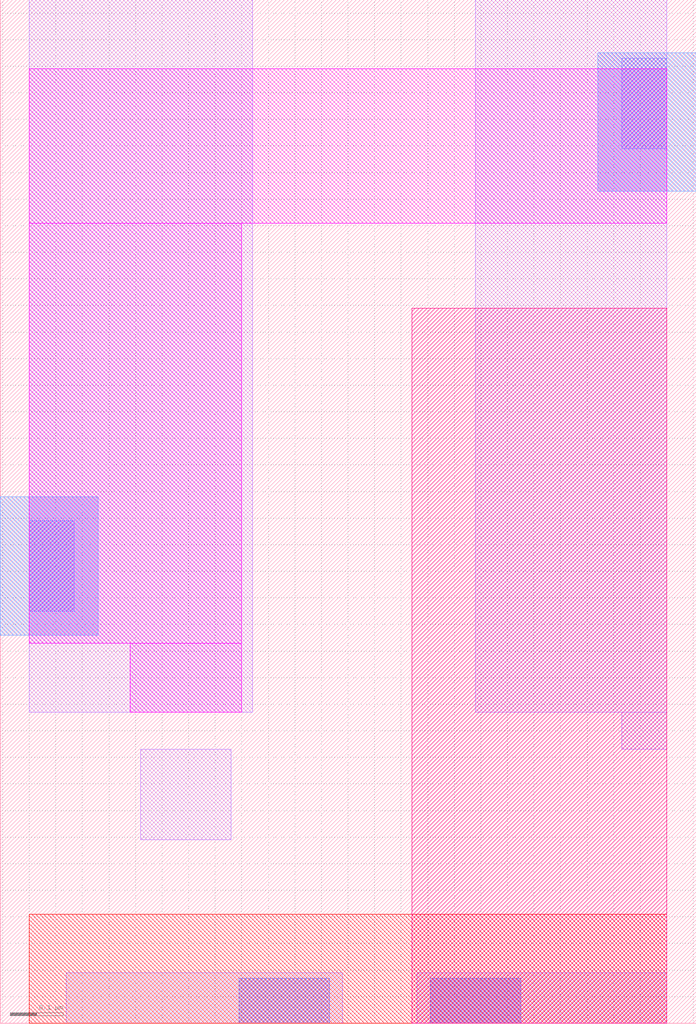
<source format=lef>
# Copyright 2020 The SkyWater PDK Authors
#
# Licensed under the Apache License, Version 2.0 (the "License");
# you may not use this file except in compliance with the License.
# You may obtain a copy of the License at
#
#     https://www.apache.org/licenses/LICENSE-2.0
#
# Unless required by applicable law or agreed to in writing, software
# distributed under the License is distributed on an "AS IS" BASIS,
# WITHOUT WARRANTIES OR CONDITIONS OF ANY KIND, either express or implied.
# See the License for the specific language governing permissions and
# limitations under the License.
#
# SPDX-License-Identifier: Apache-2.0

VERSION 5.7 ;
  NOWIREEXTENSIONATPIN ON ;
  DIVIDERCHAR "/" ;
  BUSBITCHARS "[]" ;
MACRO sky130_fd_bd_sram__sram_dp_colend_half_optb
  CLASS BLOCK ;
  FOREIGN sky130_fd_bd_sram__sram_dp_colend_half_optb ;
  ORIGIN  0.055000  0.000000 ;
  SIZE  1.310000 BY  1.925000 ;
  OBS
    LAYER li1 ;
      RECT 0.000000 0.585000 0.420000 1.925000 ;
      RECT 0.070000 0.000000 0.590000 0.095000 ;
      RECT 0.210000 0.345000 0.380000 0.515000 ;
      RECT 0.730000 0.000000 1.200000 0.095000 ;
      RECT 0.840000 0.585000 1.200000 1.925000 ;
      RECT 1.115000 0.515000 1.200000 0.585000 ;
    LAYER mcon ;
      RECT 0.000000 0.775000 0.085000 0.945000 ;
      RECT 0.395000 0.000000 0.565000 0.085000 ;
      RECT 0.755000 0.000000 0.925000 0.085000 ;
      RECT 1.115000 1.645000 1.200000 1.815000 ;
    LAYER met1 ;
      RECT -0.055000 0.730000 0.130000 0.990000 ;
      RECT  0.395000 0.000000 0.565000 0.085000 ;
      RECT  0.755000 0.000000 0.925000 0.085000 ;
      RECT  1.070000 1.565000 1.255000 1.825000 ;
    LAYER met2 ;
      RECT -0.055000 0.730000 0.130000 0.990000 ;
      RECT  1.070000 1.565000 1.255000 1.825000 ;
    LAYER met3 ;
      RECT 0.000000 0.000000 1.200000 0.205000 ;
    LAYER nwell ;
      RECT 0.720000 0.000000 1.200000 1.345000 ;
    LAYER pwell ;
      RECT 0.000000 0.715000 0.400000 1.505000 ;
      RECT 0.000000 1.505000 1.200000 1.795000 ;
      RECT 0.190000 0.585000 0.400000 0.715000 ;
  END
END sky130_fd_bd_sram__sram_dp_colend_half_optb
END LIBRARY

</source>
